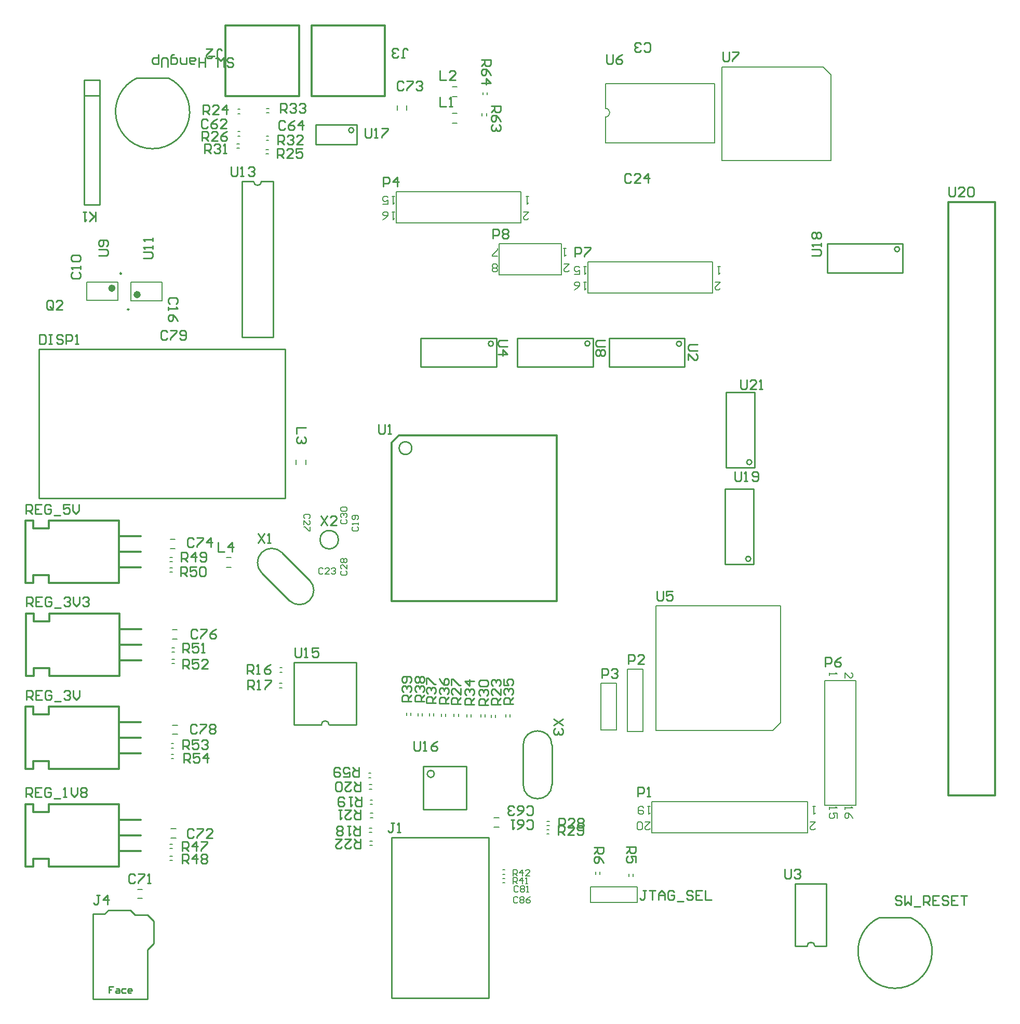
<source format=gto>
G04 Layer_Color=65535*
%FSLAX25Y25*%
%MOIN*%
G70*
G01*
G75*
%ADD28C,0.01200*%
%ADD29C,0.01000*%
%ADD30C,0.00800*%
%ADD61C,0.00984*%
%ADD62C,0.02362*%
%ADD63C,0.00787*%
D28*
X238969Y358307D02*
X243791Y363130D01*
X238969Y256634D02*
Y358307D01*
X345169Y256634D02*
Y363130D01*
X243693D02*
X345169D01*
X238969Y256634D02*
X345169D01*
X626300Y132200D02*
Y512700D01*
X596300Y132200D02*
Y512700D01*
X626300D01*
X596300Y132200D02*
X626300D01*
X187578Y626001D02*
X234822D01*
X187578Y580726D02*
X234822D01*
Y626001D01*
X187578Y580726D02*
Y626001D01*
X132378Y626116D02*
X179622D01*
X132378Y580841D02*
X179622D01*
Y626116D01*
X132378Y580841D02*
Y626116D01*
X4200Y189000D02*
X9200D01*
Y184000D02*
X19200D01*
Y189000D02*
X64200D01*
X19200Y149000D02*
X64200D01*
X9200Y154000D02*
X19200D01*
X4200Y149000D02*
X9200D01*
X64200Y159000D02*
X78200D01*
X64200Y169000D02*
X78200D01*
X64200Y179000D02*
X78200D01*
X4200Y149000D02*
Y189000D01*
X9200Y184000D02*
Y189000D01*
X19200Y184000D02*
Y189000D01*
X64200Y149000D02*
Y189000D01*
X19200Y149000D02*
Y154000D01*
X9200Y149000D02*
Y154000D01*
X4300Y248700D02*
X9300D01*
Y243700D02*
X19300D01*
Y248700D02*
X64300D01*
X19300Y208700D02*
X64300D01*
X9300Y213700D02*
X19300D01*
X4300Y208700D02*
X9300D01*
X64300Y218700D02*
X78300D01*
X64300Y228700D02*
X78300D01*
X64300Y238700D02*
X78300D01*
X4300Y208700D02*
Y248700D01*
X9300Y243700D02*
Y248700D01*
X19300Y243700D02*
Y248700D01*
X64300Y208700D02*
Y248700D01*
X19300Y208700D02*
Y213700D01*
X9300Y208700D02*
Y213700D01*
X3900Y308300D02*
X8900D01*
Y303300D02*
X18900D01*
Y308300D02*
X63900D01*
X18900Y268300D02*
X63900D01*
X8900Y273300D02*
X18900D01*
X3900Y268300D02*
X8900D01*
X63900Y278300D02*
X77900D01*
X63900Y288300D02*
X77900D01*
X63900Y298300D02*
X77900D01*
X3900Y268300D02*
Y308300D01*
X8900Y303300D02*
Y308300D01*
X18900Y303300D02*
Y308300D01*
X63900Y268300D02*
Y308300D01*
X18900Y268300D02*
Y273300D01*
X8900Y268300D02*
Y273300D01*
X4100Y126400D02*
X9100D01*
Y121400D02*
X19100D01*
Y126400D02*
X64100D01*
X19100Y86400D02*
X64100D01*
X9100Y91400D02*
X19100D01*
X4100Y86400D02*
X9100D01*
X64100Y96400D02*
X78100D01*
X64100Y106400D02*
X78100D01*
X64100Y116400D02*
X78100D01*
X4100Y86400D02*
Y126400D01*
X9100Y121400D02*
Y126400D01*
X19100Y121400D02*
Y126400D01*
X64100Y86400D02*
Y126400D01*
X19100Y86400D02*
Y91400D01*
X9100Y86400D02*
Y91400D01*
D29*
X252009Y354933D02*
G03*
X252009Y354933I-4068J0D01*
G01*
X304371Y421945D02*
G03*
X304371Y421945I-1623J0D01*
G01*
X469568Y283910D02*
G03*
X469568Y283910I-1623J0D01*
G01*
X198900Y177400D02*
G03*
X193900Y177400I-2500J0D01*
G01*
X341900Y164300D02*
G03*
X323500Y164300I-9200J0D01*
G01*
Y139200D02*
G03*
X341900Y139200I9200J0D01*
G01*
X173392Y257197D02*
G03*
X186403Y270208I6505J6505D01*
G01*
X168655Y287956D02*
G03*
X155644Y274945I-6505J-6505D01*
G01*
X266488Y145939D02*
G03*
X266488Y145939I-2296J0D01*
G01*
X204900Y296200D02*
G03*
X204900Y296200I-5900J0D01*
G01*
X510700Y35400D02*
G03*
X505700Y35400I-2500J0D01*
G01*
X214768Y558945D02*
G03*
X214768Y558945I-1623J0D01*
G01*
X565088Y482579D02*
G03*
X565088Y482579I-1623J0D01*
G01*
X366308Y422079D02*
G03*
X366308Y422079I-1623J0D01*
G01*
X425151Y421945D02*
G03*
X425151Y421945I-1623J0D01*
G01*
X470202Y345941D02*
G03*
X470202Y345941I-1623J0D01*
G01*
X75815Y592496D02*
G03*
X95500Y592496I9843J-21654D01*
G01*
X552315Y53811D02*
G03*
X572000Y53811I9843J-21654D01*
G01*
X150500Y526000D02*
G03*
X155500Y526000I2500J0D01*
G01*
X257866Y406984D02*
X306291D01*
X257866Y425488D02*
X306291D01*
X257866Y406984D02*
Y425488D01*
X306291Y406984D02*
Y425488D01*
X452984Y280366D02*
Y328791D01*
X471488Y280366D02*
Y328791D01*
X452984D02*
X471488D01*
X452984Y280366D02*
X471488D01*
X198900Y177400D02*
X216400D01*
X176400Y217400D02*
X216400D01*
X176400Y177400D02*
X193900D01*
X216400D02*
Y217400D01*
X176400Y177400D02*
Y217400D01*
X41700Y581100D02*
X51700D01*
X41700Y591100D02*
X51700D01*
X41700Y511100D02*
X51700D01*
Y591100D01*
X41700Y511100D02*
Y591100D01*
X12572Y418362D02*
X170839D01*
Y322693D02*
Y418362D01*
X12572Y322693D02*
X170839D01*
X12572D02*
Y418362D01*
X341900Y139200D02*
Y164300D01*
X323500Y139200D02*
Y164300D01*
X155644Y274945D02*
X173392Y257197D01*
X168655Y287956D02*
X186403Y270208D01*
X287027Y123104D02*
Y150663D01*
X259468Y123104D02*
Y150663D01*
X287027D01*
X259468Y123104D02*
X287027D01*
X239000Y2000D02*
Y105000D01*
X301500Y2000D02*
Y105000D01*
X239000D02*
X301500D01*
X239000Y2000D02*
X301500D01*
X47300Y1600D02*
X82300D01*
Y33100D01*
X86300Y37100D01*
Y51600D01*
X82300Y55600D02*
X86300Y51600D01*
X74300Y55600D02*
X82300D01*
X71300Y58600D02*
X74300Y55600D01*
X57300Y58600D02*
X71300D01*
X54800Y56100D02*
X57300Y58600D01*
X47300Y56100D02*
X54800D01*
X47300Y1600D02*
Y56100D01*
X518200Y35400D02*
Y75400D01*
X498200Y35400D02*
Y75400D01*
X518200D01*
X498200Y35400D02*
X505700D01*
X510700D02*
X518200D01*
X216688Y549890D02*
Y562488D01*
X190310Y549890D02*
Y562488D01*
Y549890D02*
X216688D01*
X190310Y562488D02*
X216688D01*
X518583Y467618D02*
X567008D01*
X518583Y486122D02*
X567008D01*
X518583Y467618D02*
Y486122D01*
X567008Y467618D02*
Y486122D01*
X319803Y407118D02*
X368228D01*
X319803Y425622D02*
X368228D01*
X319803Y407118D02*
Y425622D01*
X368228Y407118D02*
Y425622D01*
X378646Y406984D02*
X427071D01*
X378646Y425488D02*
X427071D01*
X378646Y406984D02*
Y425488D01*
X427071Y406984D02*
Y425488D01*
X453618Y342398D02*
Y390823D01*
X472122Y342398D02*
Y390823D01*
X453618D02*
X472122D01*
X453618Y342398D02*
X472122D01*
X143000Y426000D02*
Y526000D01*
X163000Y426000D02*
Y526000D01*
X143000Y426000D02*
X163000D01*
X155500Y526000D02*
X163000D01*
X143000D02*
X150500D01*
X517500Y214700D02*
Y220698D01*
X520499D01*
X521499Y219698D01*
Y217699D01*
X520499Y216699D01*
X517500D01*
X527497Y220698D02*
X525497Y219698D01*
X523498Y217699D01*
Y215700D01*
X524498Y214700D01*
X526497D01*
X527497Y215700D01*
Y216699D01*
X526497Y217699D01*
X523498D01*
X303900Y489400D02*
Y495398D01*
X306899D01*
X307899Y494398D01*
Y492399D01*
X306899Y491399D01*
X303900D01*
X309898Y494398D02*
X310898Y495398D01*
X312897D01*
X313897Y494398D01*
Y493399D01*
X312897Y492399D01*
X313897Y491399D01*
Y490400D01*
X312897Y489400D01*
X310898D01*
X309898Y490400D01*
Y491399D01*
X310898Y492399D01*
X309898Y493399D01*
Y494398D01*
X310898Y492399D02*
X312897D01*
X356700Y477900D02*
Y483898D01*
X359699D01*
X360699Y482898D01*
Y480899D01*
X359699Y479899D01*
X356700D01*
X362698Y483898D02*
X366697D01*
Y482898D01*
X362698Y478900D01*
Y477900D01*
X233700Y522900D02*
Y528898D01*
X236699D01*
X237699Y527898D01*
Y525899D01*
X236699Y524899D01*
X233700D01*
X242697Y522900D02*
Y528898D01*
X239698Y525899D01*
X243697D01*
X13100Y427898D02*
Y421900D01*
X16099D01*
X17099Y422900D01*
Y426898D01*
X16099Y427898D01*
X13100D01*
X19098D02*
X21097D01*
X20098D01*
Y421900D01*
X19098D01*
X21097D01*
X28095Y426898D02*
X27095Y427898D01*
X25096D01*
X24096Y426898D01*
Y425899D01*
X25096Y424899D01*
X27095D01*
X28095Y423899D01*
Y422900D01*
X27095Y421900D01*
X25096D01*
X24096Y422900D01*
X30095Y421900D02*
Y427898D01*
X33094D01*
X34093Y426898D01*
Y424899D01*
X33094Y423899D01*
X30095D01*
X36093Y421900D02*
X38092D01*
X37092D01*
Y427898D01*
X36093Y426898D01*
X79602Y476800D02*
X84600D01*
X85600Y477800D01*
Y479799D01*
X84600Y480799D01*
X79602D01*
X85600Y482798D02*
Y484797D01*
Y483798D01*
X79602D01*
X80602Y482798D01*
X85600Y487796D02*
Y489796D01*
Y488796D01*
X79602D01*
X80602Y487796D01*
X51002Y478400D02*
X56000D01*
X57000Y479400D01*
Y481399D01*
X56000Y482399D01*
X51002D01*
X56000Y484398D02*
X57000Y485398D01*
Y487397D01*
X56000Y488397D01*
X52002D01*
X51002Y487397D01*
Y485398D01*
X52002Y484398D01*
X53001D01*
X54001Y485398D01*
Y488397D01*
X463000Y398813D02*
Y393815D01*
X464000Y392815D01*
X465999D01*
X466999Y393815D01*
Y398813D01*
X472997Y392815D02*
X468998D01*
X472997Y396814D01*
Y397813D01*
X471997Y398813D01*
X469998D01*
X468998Y397813D01*
X474996Y392815D02*
X476996D01*
X475996D01*
Y398813D01*
X474996Y397813D01*
X596700Y522298D02*
Y517300D01*
X597700Y516300D01*
X599699D01*
X600699Y517300D01*
Y522298D01*
X606697Y516300D02*
X602698D01*
X606697Y520299D01*
Y521298D01*
X605697Y522298D01*
X603698D01*
X602698Y521298D01*
X608696D02*
X609696Y522298D01*
X611695D01*
X612695Y521298D01*
Y517300D01*
X611695Y516300D01*
X609696D01*
X608696Y517300D01*
Y521298D01*
X459366Y339841D02*
Y334842D01*
X460366Y333842D01*
X462365D01*
X463365Y334842D01*
Y339841D01*
X465364Y333842D02*
X467364D01*
X466364D01*
Y339841D01*
X465364Y338841D01*
X470363Y334842D02*
X471362Y333842D01*
X473362D01*
X474361Y334842D01*
Y338841D01*
X473362Y339841D01*
X471362D01*
X470363Y338841D01*
Y337841D01*
X471362Y336842D01*
X474361D01*
X508844Y478500D02*
X513843D01*
X514843Y479500D01*
Y481499D01*
X513843Y482499D01*
X508844D01*
X514843Y484498D02*
Y486497D01*
Y485498D01*
X508844D01*
X509844Y484498D01*
Y489496D02*
X508844Y490496D01*
Y492495D01*
X509844Y493495D01*
X510844D01*
X511843Y492495D01*
X512843Y493495D01*
X513843D01*
X514843Y492495D01*
Y490496D01*
X513843Y489496D01*
X512843D01*
X511843Y490496D01*
X510844Y489496D01*
X509844D01*
X511843Y490496D02*
Y492495D01*
X121199Y565198D02*
X120199Y566198D01*
X118200D01*
X117200Y565198D01*
Y561200D01*
X118200Y560200D01*
X120199D01*
X121199Y561200D01*
X127197Y566198D02*
X125197Y565198D01*
X123198Y563199D01*
Y561200D01*
X124198Y560200D01*
X126197D01*
X127197Y561200D01*
Y562199D01*
X126197Y563199D01*
X123198D01*
X133195Y560200D02*
X129196D01*
X133195Y564199D01*
Y565198D01*
X132195Y566198D01*
X130196D01*
X129196Y565198D01*
X240599Y114498D02*
X238599D01*
X239599D01*
Y109500D01*
X238599Y108500D01*
X237600D01*
X236600Y109500D01*
X242598Y108500D02*
X244597D01*
X243598D01*
Y114498D01*
X242598Y113498D01*
X126001Y605002D02*
X128001D01*
X127001D01*
Y610000D01*
X128001Y611000D01*
X129000D01*
X130000Y610000D01*
X120003Y611000D02*
X124002D01*
X120003Y607001D01*
Y606002D01*
X121003Y605002D01*
X123002D01*
X124002Y606002D01*
X245501Y605502D02*
X247501D01*
X246501D01*
Y610500D01*
X247501Y611500D01*
X248500D01*
X249500Y610500D01*
X243502Y606502D02*
X242502Y605502D01*
X240503D01*
X239503Y606502D01*
Y607501D01*
X240503Y608501D01*
X241503D01*
X240503D01*
X239503Y609501D01*
Y610500D01*
X240503Y611500D01*
X242502D01*
X243502Y610500D01*
X146400Y210200D02*
Y216198D01*
X149399D01*
X150399Y215198D01*
Y213199D01*
X149399Y212199D01*
X146400D01*
X148399D02*
X150399Y210200D01*
X152398D02*
X154397D01*
X153398D01*
Y216198D01*
X152398Y215198D01*
X161395Y216198D02*
X159396Y215198D01*
X157396Y213199D01*
Y211200D01*
X158396Y210200D01*
X160396D01*
X161395Y211200D01*
Y212199D01*
X160396Y213199D01*
X157396D01*
X283500Y190800D02*
X277502D01*
Y193799D01*
X278502Y194799D01*
X280501D01*
X281501Y193799D01*
Y190800D01*
Y192799D02*
X283500Y194799D01*
Y200797D02*
Y196798D01*
X279501Y200797D01*
X278502D01*
X277502Y199797D01*
Y197798D01*
X278502Y196798D01*
X277502Y202796D02*
Y206795D01*
X278502D01*
X282500Y202796D01*
X283500D01*
X230800Y369998D02*
Y365000D01*
X231800Y364000D01*
X233799D01*
X234799Y365000D01*
Y369998D01*
X236798Y364000D02*
X238797D01*
X237798D01*
Y369998D01*
X236798Y368998D01*
X435498Y421500D02*
X430500D01*
X429500Y420500D01*
Y418501D01*
X430500Y417501D01*
X435498D01*
X429500Y411503D02*
Y415502D01*
X433499Y411503D01*
X434498D01*
X435498Y412503D01*
Y414502D01*
X434498Y415502D01*
X313498Y424000D02*
X308500D01*
X307500Y423000D01*
Y421001D01*
X308500Y420001D01*
X313498D01*
X307500Y415003D02*
X313498D01*
X310499Y418002D01*
Y414003D01*
X376900Y607598D02*
Y602600D01*
X377900Y601600D01*
X379899D01*
X380899Y602600D01*
Y607598D01*
X386897D02*
X384897Y606598D01*
X382898Y604599D01*
Y602600D01*
X383898Y601600D01*
X385897D01*
X386897Y602600D01*
Y603599D01*
X385897Y604599D01*
X382898D01*
X451800Y608998D02*
Y604000D01*
X452800Y603000D01*
X454799D01*
X455799Y604000D01*
Y608998D01*
X457798D02*
X461797D01*
Y607998D01*
X457798Y604000D01*
Y603000D01*
X375998Y424000D02*
X371000D01*
X370000Y423000D01*
Y421001D01*
X371000Y420001D01*
X375998D01*
X374998Y418002D02*
X375998Y417002D01*
Y415003D01*
X374998Y414003D01*
X373999D01*
X372999Y415003D01*
X371999Y414003D01*
X371000D01*
X370000Y415003D01*
Y417002D01*
X371000Y418002D01*
X371999D01*
X372999Y417002D01*
X373999Y418002D01*
X374998D01*
X372999Y417002D02*
Y415003D01*
X253300Y166798D02*
Y161800D01*
X254300Y160800D01*
X256299D01*
X257299Y161800D01*
Y166798D01*
X259298Y160800D02*
X261297D01*
X260298D01*
Y166798D01*
X259298Y165798D01*
X268295Y166798D02*
X266296Y165798D01*
X264296Y163799D01*
Y161800D01*
X265296Y160800D01*
X267296D01*
X268295Y161800D01*
Y162799D01*
X267296Y163799D01*
X264296D01*
X221877Y560198D02*
Y555200D01*
X222877Y554200D01*
X224876D01*
X225876Y555200D01*
Y560198D01*
X227875Y554200D02*
X229875D01*
X228875D01*
Y560198D01*
X227875Y559198D01*
X232874Y560198D02*
X236872D01*
Y559198D01*
X232874Y555200D01*
Y554200D01*
X153476Y300122D02*
X157475Y294124D01*
Y300122D02*
X153476Y294124D01*
X159475D02*
X161474D01*
X160474D01*
Y300122D01*
X159475Y299122D01*
X193600Y311598D02*
X197599Y305600D01*
Y311598D02*
X193600Y305600D01*
X203597D02*
X199598D01*
X203597Y309599D01*
Y310598D01*
X202597Y311598D01*
X200598D01*
X199598Y310598D01*
X349198Y181200D02*
X343200Y177201D01*
X349198D02*
X343200Y181200D01*
X348198Y175202D02*
X349198Y174202D01*
Y172203D01*
X348198Y171203D01*
X347199D01*
X346199Y172203D01*
Y173203D01*
Y172203D01*
X345199Y171203D01*
X344200D01*
X343200Y172203D01*
Y174202D01*
X344200Y175202D01*
X51799Y68098D02*
X49799D01*
X50799D01*
Y63100D01*
X49799Y62100D01*
X48800D01*
X47800Y63100D01*
X56797Y62100D02*
Y68098D01*
X53798Y65099D01*
X57797D01*
X409400Y263098D02*
Y258100D01*
X410400Y257100D01*
X412399D01*
X413399Y258100D01*
Y263098D01*
X419397D02*
X415398D01*
Y260099D01*
X417397Y261099D01*
X418397D01*
X419397Y260099D01*
Y258100D01*
X418397Y257100D01*
X416398D01*
X415398Y258100D01*
X400901Y610202D02*
X401901Y609202D01*
X403900D01*
X404900Y610202D01*
Y614200D01*
X403900Y615200D01*
X401901D01*
X400901Y614200D01*
X398902Y610202D02*
X397902Y609202D01*
X395903D01*
X394903Y610202D01*
Y611201D01*
X395903Y612201D01*
X396903D01*
X395903D01*
X394903Y613201D01*
Y614200D01*
X395903Y615200D01*
X397902D01*
X398902Y614200D01*
X34402Y467899D02*
X33402Y466899D01*
Y464900D01*
X34402Y463900D01*
X38400D01*
X39400Y464900D01*
Y466899D01*
X38400Y467899D01*
X39400Y469898D02*
Y471897D01*
Y470898D01*
X33402D01*
X34402Y469898D01*
Y474896D02*
X33402Y475896D01*
Y477895D01*
X34402Y478895D01*
X38400D01*
X39400Y477895D01*
Y475896D01*
X38400Y474896D01*
X34402D01*
X100598Y447601D02*
X101598Y448601D01*
Y450600D01*
X100598Y451600D01*
X96600D01*
X95600Y450600D01*
Y448601D01*
X96600Y447601D01*
X95600Y445602D02*
Y443603D01*
Y444602D01*
X101598D01*
X100598Y445602D01*
X101598Y436605D02*
X100598Y438604D01*
X98599Y440604D01*
X96600D01*
X95600Y439604D01*
Y437605D01*
X96600Y436605D01*
X97599D01*
X98599Y437605D01*
Y440604D01*
X392799Y529998D02*
X391799Y530998D01*
X389800D01*
X388800Y529998D01*
Y526000D01*
X389800Y525000D01*
X391799D01*
X392799Y526000D01*
X398797Y525000D02*
X394798D01*
X398797Y528999D01*
Y529998D01*
X397797Y530998D01*
X395798D01*
X394798Y529998D01*
X403795Y525000D02*
Y530998D01*
X400796Y527999D01*
X404795D01*
X325801Y111402D02*
X326801Y110402D01*
X328800D01*
X329800Y111402D01*
Y115400D01*
X328800Y116400D01*
X326801D01*
X325801Y115400D01*
X319803Y110402D02*
X321803Y111402D01*
X323802Y113401D01*
Y115400D01*
X322802Y116400D01*
X320803D01*
X319803Y115400D01*
Y114401D01*
X320803Y113401D01*
X323802D01*
X317804Y116400D02*
X315805D01*
X316804D01*
Y110402D01*
X317804Y111402D01*
X325557Y120402D02*
X326557Y119402D01*
X328556D01*
X329556Y120402D01*
Y124400D01*
X328556Y125400D01*
X326557D01*
X325557Y124400D01*
X319559Y119402D02*
X321558Y120402D01*
X323558Y122401D01*
Y124400D01*
X322558Y125400D01*
X320559D01*
X319559Y124400D01*
Y123401D01*
X320559Y122401D01*
X323558D01*
X317560Y120402D02*
X316560Y119402D01*
X314561D01*
X313561Y120402D01*
Y121401D01*
X314561Y122401D01*
X315560D01*
X314561D01*
X313561Y123401D01*
Y124400D01*
X314561Y125400D01*
X316560D01*
X317560Y124400D01*
X170599Y564198D02*
X169599Y565198D01*
X167600D01*
X166600Y564198D01*
Y560200D01*
X167600Y559200D01*
X169599D01*
X170599Y560200D01*
X176597Y565198D02*
X174597Y564198D01*
X172598Y562199D01*
Y560200D01*
X173598Y559200D01*
X175597D01*
X176597Y560200D01*
Y561199D01*
X175597Y562199D01*
X172598D01*
X181595Y559200D02*
Y565198D01*
X178596Y562199D01*
X182595D01*
X402499Y71198D02*
X400499D01*
X401499D01*
Y66200D01*
X400499Y65200D01*
X399500D01*
X398500Y66200D01*
X404498Y71198D02*
X408497D01*
X406497D01*
Y65200D01*
X410496D02*
Y69199D01*
X412496Y71198D01*
X414495Y69199D01*
Y65200D01*
Y68199D01*
X410496D01*
X420493Y70198D02*
X419493Y71198D01*
X417494D01*
X416494Y70198D01*
Y66200D01*
X417494Y65200D01*
X419493D01*
X420493Y66200D01*
Y68199D01*
X418494D01*
X422492Y64200D02*
X426491D01*
X432489Y70198D02*
X431489Y71198D01*
X429490D01*
X428490Y70198D01*
Y69199D01*
X429490Y68199D01*
X431489D01*
X432489Y67199D01*
Y66200D01*
X431489Y65200D01*
X429490D01*
X428490Y66200D01*
X438487Y71198D02*
X434488D01*
Y65200D01*
X438487D01*
X434488Y68199D02*
X436488D01*
X440486Y71198D02*
Y65200D01*
X444485D01*
X49100Y500302D02*
Y506300D01*
Y504301D01*
X45101Y500302D01*
X48100Y503301D01*
X45101Y506300D01*
X43102D02*
X41103D01*
X42102D01*
Y500302D01*
X43102Y501302D01*
X396900Y131400D02*
Y137398D01*
X399899D01*
X400899Y136398D01*
Y134399D01*
X399899Y133399D01*
X396900D01*
X402898Y131400D02*
X404897D01*
X403898D01*
Y137398D01*
X402898Y136398D01*
X391100Y216400D02*
Y222398D01*
X394099D01*
X395099Y221398D01*
Y219399D01*
X394099Y218399D01*
X391100D01*
X401097Y216400D02*
X397098D01*
X401097Y220399D01*
Y221398D01*
X400097Y222398D01*
X398098D01*
X397098Y221398D01*
X374100Y207400D02*
Y213398D01*
X377099D01*
X378099Y212398D01*
Y210399D01*
X377099Y209399D01*
X374100D01*
X380098Y212398D02*
X381098Y213398D01*
X383097D01*
X384097Y212398D01*
Y211399D01*
X383097Y210399D01*
X382097D01*
X383097D01*
X384097Y209399D01*
Y208400D01*
X383097Y207400D01*
X381098D01*
X380098Y208400D01*
X389600Y99000D02*
X395598D01*
Y96001D01*
X394598Y95001D01*
X392599D01*
X391599Y96001D01*
Y99000D01*
Y97001D02*
X389600Y95001D01*
X395598Y89003D02*
Y93002D01*
X392599D01*
X393599Y91003D01*
Y90003D01*
X392599Y89003D01*
X390600D01*
X389600Y90003D01*
Y92002D01*
X390600Y93002D01*
X369000Y98847D02*
X374998D01*
Y95848D01*
X373998Y94849D01*
X371999D01*
X370999Y95848D01*
Y98847D01*
Y96848D02*
X369000Y94849D01*
X374998Y88850D02*
X373998Y90850D01*
X371999Y92849D01*
X370000D01*
X369000Y91849D01*
Y89850D01*
X370000Y88850D01*
X370999D01*
X371999Y89850D01*
Y92849D01*
X146800Y200000D02*
Y205998D01*
X149799D01*
X150799Y204998D01*
Y202999D01*
X149799Y201999D01*
X146800D01*
X148799D02*
X150799Y200000D01*
X152798D02*
X154797D01*
X153798D01*
Y205998D01*
X152798Y204998D01*
X157796Y205998D02*
X161795D01*
Y204998D01*
X157796Y201000D01*
Y200000D01*
X218800Y112500D02*
Y106502D01*
X215801D01*
X214801Y107502D01*
Y109501D01*
X215801Y110501D01*
X218800D01*
X216801D02*
X214801Y112500D01*
X212802D02*
X210803D01*
X211802D01*
Y106502D01*
X212802Y107502D01*
X207804D02*
X206804Y106502D01*
X204804D01*
X203805Y107502D01*
Y108501D01*
X204804Y109501D01*
X203805Y110501D01*
Y111500D01*
X204804Y112500D01*
X206804D01*
X207804Y111500D01*
Y110501D01*
X206804Y109501D01*
X207804Y108501D01*
Y107502D01*
X206804Y109501D02*
X204804D01*
X219600Y131000D02*
Y125002D01*
X216601D01*
X215601Y126002D01*
Y128001D01*
X216601Y129001D01*
X219600D01*
X217601D02*
X215601Y131000D01*
X213602D02*
X211603D01*
X212602D01*
Y125002D01*
X213602Y126002D01*
X208604Y130000D02*
X207604Y131000D01*
X205605D01*
X204605Y130000D01*
Y126002D01*
X205605Y125002D01*
X207604D01*
X208604Y126002D01*
Y127001D01*
X207604Y128001D01*
X204605D01*
X219000Y140800D02*
Y134802D01*
X216001D01*
X215001Y135802D01*
Y137801D01*
X216001Y138801D01*
X219000D01*
X217001D02*
X215001Y140800D01*
X209003D02*
X213002D01*
X209003Y136801D01*
Y135802D01*
X210003Y134802D01*
X212002D01*
X213002Y135802D01*
X207004D02*
X206004Y134802D01*
X204005D01*
X203005Y135802D01*
Y139800D01*
X204005Y140800D01*
X206004D01*
X207004Y139800D01*
Y135802D01*
X219100Y122900D02*
Y116902D01*
X216101D01*
X215101Y117902D01*
Y119901D01*
X216101Y120901D01*
X219100D01*
X217101D02*
X215101Y122900D01*
X209103D02*
X213102D01*
X209103Y118901D01*
Y117902D01*
X210103Y116902D01*
X212102D01*
X213102Y117902D01*
X207104Y122900D02*
X205104D01*
X206104D01*
Y116902D01*
X207104Y117902D01*
X219200Y104000D02*
Y98002D01*
X216201D01*
X215201Y99002D01*
Y101001D01*
X216201Y102001D01*
X219200D01*
X217201D02*
X215201Y104000D01*
X209203D02*
X213202D01*
X209203Y100001D01*
Y99002D01*
X210203Y98002D01*
X212202D01*
X213202Y99002D01*
X203205Y104000D02*
X207204D01*
X203205Y100001D01*
Y99002D01*
X204205Y98002D01*
X206204D01*
X207204Y99002D01*
X309000Y190600D02*
X303002D01*
Y193599D01*
X304002Y194599D01*
X306001D01*
X307001Y193599D01*
Y190600D01*
Y192599D02*
X309000Y194599D01*
Y200597D02*
Y196598D01*
X305001Y200597D01*
X304002D01*
X303002Y199597D01*
Y197598D01*
X304002Y196598D01*
Y202596D02*
X303002Y203596D01*
Y205595D01*
X304002Y206595D01*
X305001D01*
X306001Y205595D01*
Y204595D01*
Y205595D01*
X307001Y206595D01*
X308000D01*
X309000Y205595D01*
Y203596D01*
X308000Y202596D01*
X118000Y569000D02*
Y574998D01*
X120999D01*
X121999Y573998D01*
Y571999D01*
X120999Y570999D01*
X118000D01*
X119999D02*
X121999Y569000D01*
X127997D02*
X123998D01*
X127997Y572999D01*
Y573998D01*
X126997Y574998D01*
X124998D01*
X123998Y573998D01*
X132995Y569000D02*
Y574998D01*
X129996Y571999D01*
X133995D01*
X165800Y541000D02*
Y546998D01*
X168799D01*
X169799Y545998D01*
Y543999D01*
X168799Y542999D01*
X165800D01*
X167799D02*
X169799Y541000D01*
X175797D02*
X171798D01*
X175797Y544999D01*
Y545998D01*
X174797Y546998D01*
X172798D01*
X171798Y545998D01*
X181795Y546998D02*
X177796D01*
Y543999D01*
X179796Y544999D01*
X180795D01*
X181795Y543999D01*
Y542000D01*
X180795Y541000D01*
X178796D01*
X177796Y542000D01*
X117400Y552200D02*
Y558198D01*
X120399D01*
X121399Y557198D01*
Y555199D01*
X120399Y554199D01*
X117400D01*
X119399D02*
X121399Y552200D01*
X127397D02*
X123398D01*
X127397Y556199D01*
Y557198D01*
X126397Y558198D01*
X124398D01*
X123398Y557198D01*
X133395Y558198D02*
X131395Y557198D01*
X129396Y555199D01*
Y553200D01*
X130396Y552200D01*
X132395D01*
X133395Y553200D01*
Y554199D01*
X132395Y555199D01*
X129396D01*
X346500Y111400D02*
Y117398D01*
X349499D01*
X350499Y116398D01*
Y114399D01*
X349499Y113399D01*
X346500D01*
X348499D02*
X350499Y111400D01*
X356497D02*
X352498D01*
X356497Y115399D01*
Y116398D01*
X355497Y117398D01*
X353498D01*
X352498Y116398D01*
X358496D02*
X359496Y117398D01*
X361495D01*
X362495Y116398D01*
Y115399D01*
X361495Y114399D01*
X362495Y113399D01*
Y112400D01*
X361495Y111400D01*
X359496D01*
X358496Y112400D01*
Y113399D01*
X359496Y114399D01*
X358496Y115399D01*
Y116398D01*
X359496Y114399D02*
X361495D01*
X346000Y106800D02*
Y112798D01*
X348999D01*
X349999Y111798D01*
Y109799D01*
X348999Y108799D01*
X346000D01*
X347999D02*
X349999Y106800D01*
X355997D02*
X351998D01*
X355997Y110799D01*
Y111798D01*
X354997Y112798D01*
X352998D01*
X351998Y111798D01*
X357996Y107800D02*
X358996Y106800D01*
X360995D01*
X361995Y107800D01*
Y111798D01*
X360995Y112798D01*
X358996D01*
X357996Y111798D01*
Y110799D01*
X358996Y109799D01*
X361995D01*
X300900Y190200D02*
X294902D01*
Y193199D01*
X295902Y194199D01*
X297901D01*
X298901Y193199D01*
Y190200D01*
Y192199D02*
X300900Y194199D01*
X295902Y196198D02*
X294902Y197198D01*
Y199197D01*
X295902Y200197D01*
X296901D01*
X297901Y199197D01*
Y198197D01*
Y199197D01*
X298901Y200197D01*
X299900D01*
X300900Y199197D01*
Y197198D01*
X299900Y196198D01*
X295902Y202196D02*
X294902Y203196D01*
Y205195D01*
X295902Y206195D01*
X299900D01*
X300900Y205195D01*
Y203196D01*
X299900Y202196D01*
X295902D01*
X119200Y544200D02*
Y550198D01*
X122199D01*
X123199Y549198D01*
Y547199D01*
X122199Y546199D01*
X119200D01*
X121199D02*
X123199Y544200D01*
X125198Y549198D02*
X126198Y550198D01*
X128197D01*
X129197Y549198D01*
Y548199D01*
X128197Y547199D01*
X127197D01*
X128197D01*
X129197Y546199D01*
Y545200D01*
X128197Y544200D01*
X126198D01*
X125198Y545200D01*
X131196Y544200D02*
X133195D01*
X132196D01*
Y550198D01*
X131196Y549198D01*
X166200Y549800D02*
Y555798D01*
X169199D01*
X170199Y554798D01*
Y552799D01*
X169199Y551799D01*
X166200D01*
X168199D02*
X170199Y549800D01*
X172198Y554798D02*
X173198Y555798D01*
X175197D01*
X176197Y554798D01*
Y553799D01*
X175197Y552799D01*
X174197D01*
X175197D01*
X176197Y551799D01*
Y550800D01*
X175197Y549800D01*
X173198D01*
X172198Y550800D01*
X182195Y549800D02*
X178196D01*
X182195Y553799D01*
Y554798D01*
X181195Y555798D01*
X179196D01*
X178196Y554798D01*
X167600Y570200D02*
Y576198D01*
X170599D01*
X171599Y575198D01*
Y573199D01*
X170599Y572199D01*
X167600D01*
X169599D02*
X171599Y570200D01*
X173598Y575198D02*
X174598Y576198D01*
X176597D01*
X177597Y575198D01*
Y574199D01*
X176597Y573199D01*
X175597D01*
X176597D01*
X177597Y572199D01*
Y571200D01*
X176597Y570200D01*
X174598D01*
X173598Y571200D01*
X179596Y575198D02*
X180596Y576198D01*
X182595D01*
X183595Y575198D01*
Y574199D01*
X182595Y573199D01*
X181596D01*
X182595D01*
X183595Y572199D01*
Y571200D01*
X182595Y570200D01*
X180596D01*
X179596Y571200D01*
X292100Y190600D02*
X286102D01*
Y193599D01*
X287102Y194599D01*
X289101D01*
X290101Y193599D01*
Y190600D01*
Y192599D02*
X292100Y194599D01*
X287102Y196598D02*
X286102Y197598D01*
Y199597D01*
X287102Y200597D01*
X288101D01*
X289101Y199597D01*
Y198597D01*
Y199597D01*
X290101Y200597D01*
X291100D01*
X292100Y199597D01*
Y197598D01*
X291100Y196598D01*
X292100Y205595D02*
X286102D01*
X289101Y202596D01*
Y206595D01*
X317200Y190647D02*
X311202D01*
Y193646D01*
X312202Y194646D01*
X314201D01*
X315201Y193646D01*
Y190647D01*
Y192647D02*
X317200Y194646D01*
X312202Y196645D02*
X311202Y197645D01*
Y199644D01*
X312202Y200644D01*
X313201D01*
X314201Y199644D01*
Y198645D01*
Y199644D01*
X315201Y200644D01*
X316200D01*
X317200Y199644D01*
Y197645D01*
X316200Y196645D01*
X311202Y206642D02*
Y202643D01*
X314201D01*
X313201Y204643D01*
Y205642D01*
X314201Y206642D01*
X316200D01*
X317200Y205642D01*
Y203643D01*
X316200Y202643D01*
X275700Y191000D02*
X269702D01*
Y193999D01*
X270702Y194999D01*
X272701D01*
X273701Y193999D01*
Y191000D01*
Y192999D02*
X275700Y194999D01*
X270702Y196998D02*
X269702Y197998D01*
Y199997D01*
X270702Y200997D01*
X271701D01*
X272701Y199997D01*
Y198997D01*
Y199997D01*
X273701Y200997D01*
X274700D01*
X275700Y199997D01*
Y197998D01*
X274700Y196998D01*
X269702Y206995D02*
X270702Y204995D01*
X272701Y202996D01*
X274700D01*
X275700Y203996D01*
Y205995D01*
X274700Y206995D01*
X273701D01*
X272701Y205995D01*
Y202996D01*
X267500Y191600D02*
X261502D01*
Y194599D01*
X262502Y195599D01*
X264501D01*
X265501Y194599D01*
Y191600D01*
Y193599D02*
X267500Y195599D01*
X262502Y197598D02*
X261502Y198598D01*
Y200597D01*
X262502Y201597D01*
X263501D01*
X264501Y200597D01*
Y199597D01*
Y200597D01*
X265501Y201597D01*
X266500D01*
X267500Y200597D01*
Y198598D01*
X266500Y197598D01*
X261502Y203596D02*
Y207595D01*
X262502D01*
X266500Y203596D01*
X267500D01*
X259900Y192600D02*
X253902D01*
Y195599D01*
X254902Y196599D01*
X256901D01*
X257901Y195599D01*
Y192600D01*
Y194599D02*
X259900Y196599D01*
X254902Y198598D02*
X253902Y199598D01*
Y201597D01*
X254902Y202597D01*
X255901D01*
X256901Y201597D01*
Y200597D01*
Y201597D01*
X257901Y202597D01*
X258900D01*
X259900Y201597D01*
Y199598D01*
X258900Y198598D01*
X254902Y204596D02*
X253902Y205596D01*
Y207595D01*
X254902Y208595D01*
X255901D01*
X256901Y207595D01*
X257901Y208595D01*
X258900D01*
X259900Y207595D01*
Y205596D01*
X258900Y204596D01*
X257901D01*
X256901Y205596D01*
X255901Y204596D01*
X254902D01*
X256901Y205596D02*
Y207595D01*
X251700Y192400D02*
X245702D01*
Y195399D01*
X246702Y196399D01*
X248701D01*
X249701Y195399D01*
Y192400D01*
Y194399D02*
X251700Y196399D01*
X246702Y198398D02*
X245702Y199398D01*
Y201397D01*
X246702Y202397D01*
X247701D01*
X248701Y201397D01*
Y200397D01*
Y201397D01*
X249701Y202397D01*
X250700D01*
X251700Y201397D01*
Y199398D01*
X250700Y198398D01*
Y204396D02*
X251700Y205396D01*
Y207395D01*
X250700Y208395D01*
X246702D01*
X245702Y207395D01*
Y205396D01*
X246702Y204396D01*
X247701D01*
X248701Y205396D01*
Y208395D01*
X566299Y66698D02*
X565299Y67698D01*
X563300D01*
X562300Y66698D01*
Y65699D01*
X563300Y64699D01*
X565299D01*
X566299Y63699D01*
Y62700D01*
X565299Y61700D01*
X563300D01*
X562300Y62700D01*
X568298Y67698D02*
Y61700D01*
X570297Y63699D01*
X572297Y61700D01*
Y67698D01*
X574296Y60700D02*
X578295D01*
X580294Y61700D02*
Y67698D01*
X583293D01*
X584293Y66698D01*
Y64699D01*
X583293Y63699D01*
X580294D01*
X582294D02*
X584293Y61700D01*
X590291Y67698D02*
X586292D01*
Y61700D01*
X590291D01*
X586292Y64699D02*
X588292D01*
X596289Y66698D02*
X595289Y67698D01*
X593290D01*
X592290Y66698D01*
Y65699D01*
X593290Y64699D01*
X595289D01*
X596289Y63699D01*
Y62700D01*
X595289Y61700D01*
X593290D01*
X592290Y62700D01*
X602287Y67698D02*
X598288D01*
Y61700D01*
X602287D01*
X598288Y64699D02*
X600288D01*
X604286Y67698D02*
X608285D01*
X606286D01*
Y61700D01*
X133301Y600487D02*
X134301Y599487D01*
X136300D01*
X137300Y600487D01*
Y601486D01*
X136300Y602486D01*
X134301D01*
X133301Y603486D01*
Y604485D01*
X134301Y605485D01*
X136300D01*
X137300Y604485D01*
X131302Y599487D02*
Y605485D01*
X129303Y603486D01*
X127303Y605485D01*
Y599487D01*
X125304Y606485D02*
X121305D01*
X119306Y599487D02*
Y605485D01*
Y602486D01*
X115307D01*
Y599487D01*
Y605485D01*
X112308Y601486D02*
X110309D01*
X109309Y602486D01*
Y605485D01*
X112308D01*
X113308Y604485D01*
X112308Y603486D01*
X109309D01*
X107310Y605485D02*
Y601486D01*
X104311D01*
X103311Y602486D01*
Y605485D01*
X99312Y607484D02*
X98313D01*
X97313Y606485D01*
Y601486D01*
X100312D01*
X101312Y602486D01*
Y604485D01*
X100312Y605485D01*
X97313D01*
X95314Y599487D02*
Y604485D01*
X94314Y605485D01*
X92314D01*
X91315Y604485D01*
Y599487D01*
X89315Y607484D02*
Y601486D01*
X86317D01*
X85317Y602486D01*
Y604485D01*
X86317Y605485D01*
X89315D01*
X491400Y84898D02*
Y79900D01*
X492400Y78900D01*
X494399D01*
X495399Y79900D01*
Y84898D01*
X497398Y83898D02*
X498398Y84898D01*
X500397D01*
X501397Y83898D01*
Y82899D01*
X500397Y81899D01*
X499397D01*
X500397D01*
X501397Y80899D01*
Y79900D01*
X500397Y78900D01*
X498398D01*
X497398Y79900D01*
X176900Y226898D02*
Y221900D01*
X177900Y220900D01*
X179899D01*
X180899Y221900D01*
Y226898D01*
X182898Y220900D02*
X184897D01*
X183898D01*
Y226898D01*
X182898Y225898D01*
X191895Y226898D02*
X187896D01*
Y223899D01*
X189896Y224899D01*
X190895D01*
X191895Y223899D01*
Y221900D01*
X190895Y220900D01*
X188896D01*
X187896Y221900D01*
X21799Y444900D02*
Y448898D01*
X20799Y449898D01*
X18800D01*
X17800Y448898D01*
Y444900D01*
X18800Y443900D01*
X20799D01*
X19799Y445899D02*
X21799Y443900D01*
X20799D02*
X21799Y444900D01*
X27797Y443900D02*
X23798D01*
X27797Y447899D01*
Y448898D01*
X26797Y449898D01*
X24798D01*
X23798Y448898D01*
X270100Y580198D02*
Y574200D01*
X274099D01*
X276098D02*
X278097D01*
X277098D01*
Y580198D01*
X276098Y579198D01*
X270100Y597198D02*
Y591200D01*
X274099D01*
X280097D02*
X276098D01*
X280097Y595199D01*
Y596198D01*
X279097Y597198D01*
X277098D01*
X276098Y596198D01*
X184198Y368100D02*
X178200D01*
Y364101D01*
X183198Y362102D02*
X184198Y361102D01*
Y359103D01*
X183198Y358103D01*
X182199D01*
X181199Y359103D01*
Y360103D01*
Y359103D01*
X180199Y358103D01*
X179200D01*
X178200Y359103D01*
Y361102D01*
X179200Y362102D01*
X127800Y294398D02*
Y288400D01*
X131799D01*
X136797D02*
Y294398D01*
X133798Y291399D01*
X137797D01*
X218000Y150000D02*
Y144002D01*
X215001D01*
X214001Y145002D01*
Y147001D01*
X215001Y148001D01*
X218000D01*
X216001D02*
X214001Y150000D01*
X208003Y144002D02*
X212002D01*
Y147001D01*
X210003Y146001D01*
X209003D01*
X208003Y147001D01*
Y149000D01*
X209003Y150000D01*
X211002D01*
X212002Y149000D01*
X206004D02*
X205004Y150000D01*
X203005D01*
X202005Y149000D01*
Y145002D01*
X203005Y144002D01*
X205004D01*
X206004Y145002D01*
Y146001D01*
X205004Y147001D01*
X202005D01*
X303000Y574500D02*
X308998D01*
Y571501D01*
X307998Y570501D01*
X305999D01*
X304999Y571501D01*
Y574500D01*
Y572501D02*
X303000Y570501D01*
X308998Y564503D02*
X307998Y566503D01*
X305999Y568502D01*
X304000D01*
X303000Y567502D01*
Y565503D01*
X304000Y564503D01*
X304999D01*
X305999Y565503D01*
Y568502D01*
X307998Y562504D02*
X308998Y561504D01*
Y559505D01*
X307998Y558505D01*
X306999D01*
X305999Y559505D01*
Y560504D01*
Y559505D01*
X304999Y558505D01*
X304000D01*
X303000Y559505D01*
Y561504D01*
X304000Y562504D01*
X296800Y604000D02*
X302798D01*
Y601001D01*
X301798Y600001D01*
X299799D01*
X298799Y601001D01*
Y604000D01*
Y602001D02*
X296800Y600001D01*
X302798Y594003D02*
X301798Y596003D01*
X299799Y598002D01*
X297800D01*
X296800Y597002D01*
Y595003D01*
X297800Y594003D01*
X298799D01*
X299799Y595003D01*
Y598002D01*
X296800Y589005D02*
X302798D01*
X299799Y592004D01*
Y588005D01*
X136200Y535498D02*
Y530500D01*
X137200Y529500D01*
X139199D01*
X140199Y530500D01*
Y535498D01*
X142198Y529500D02*
X144197D01*
X143198D01*
Y535498D01*
X142198Y534498D01*
X147196D02*
X148196Y535498D01*
X150196D01*
X151195Y534498D01*
Y533499D01*
X150196Y532499D01*
X149196D01*
X150196D01*
X151195Y531499D01*
Y530500D01*
X150196Y529500D01*
X148196D01*
X147196Y530500D01*
X74399Y80898D02*
X73399Y81898D01*
X71400D01*
X70400Y80898D01*
Y76900D01*
X71400Y75900D01*
X73399D01*
X74399Y76900D01*
X76398Y81898D02*
X80397D01*
Y80898D01*
X76398Y76900D01*
Y75900D01*
X82396D02*
X84395D01*
X83396D01*
Y81898D01*
X82396Y80898D01*
X112099Y109898D02*
X111099Y110898D01*
X109100D01*
X108100Y109898D01*
Y105900D01*
X109100Y104900D01*
X111099D01*
X112099Y105900D01*
X114098Y110898D02*
X118097D01*
Y109898D01*
X114098Y105900D01*
Y104900D01*
X124095D02*
X120096D01*
X124095Y108899D01*
Y109898D01*
X123095Y110898D01*
X121096D01*
X120096Y109898D01*
X246799Y589398D02*
X245799Y590398D01*
X243800D01*
X242800Y589398D01*
Y585400D01*
X243800Y584400D01*
X245799D01*
X246799Y585400D01*
X248798Y590398D02*
X252797D01*
Y589398D01*
X248798Y585400D01*
Y584400D01*
X254796Y589398D02*
X255796Y590398D01*
X257795D01*
X258795Y589398D01*
Y588399D01*
X257795Y587399D01*
X256796D01*
X257795D01*
X258795Y586399D01*
Y585400D01*
X257795Y584400D01*
X255796D01*
X254796Y585400D01*
X112199Y296298D02*
X111199Y297298D01*
X109200D01*
X108200Y296298D01*
Y292300D01*
X109200Y291300D01*
X111199D01*
X112199Y292300D01*
X114198Y297298D02*
X118197D01*
Y296298D01*
X114198Y292300D01*
Y291300D01*
X123195D02*
Y297298D01*
X120196Y294299D01*
X124195D01*
X114399Y237698D02*
X113399Y238698D01*
X111400D01*
X110400Y237698D01*
Y233700D01*
X111400Y232700D01*
X113399D01*
X114399Y233700D01*
X116398Y238698D02*
X120397D01*
Y237698D01*
X116398Y233700D01*
Y232700D01*
X126395Y238698D02*
X124396Y237698D01*
X122396Y235699D01*
Y233700D01*
X123396Y232700D01*
X125395D01*
X126395Y233700D01*
Y234699D01*
X125395Y235699D01*
X122396D01*
X114099Y176798D02*
X113099Y177798D01*
X111100D01*
X110100Y176798D01*
Y172800D01*
X111100Y171800D01*
X113099D01*
X114099Y172800D01*
X116098Y177798D02*
X120097D01*
Y176798D01*
X116098Y172800D01*
Y171800D01*
X122096Y176798D02*
X123096Y177798D01*
X125095D01*
X126095Y176798D01*
Y175799D01*
X125095Y174799D01*
X126095Y173799D01*
Y172800D01*
X125095Y171800D01*
X123096D01*
X122096Y172800D01*
Y173799D01*
X123096Y174799D01*
X122096Y175799D01*
Y176798D01*
X123096Y174799D02*
X125095D01*
X104600Y96400D02*
Y102398D01*
X107599D01*
X108599Y101398D01*
Y99399D01*
X107599Y98399D01*
X104600D01*
X106599D02*
X108599Y96400D01*
X113597D02*
Y102398D01*
X110598Y99399D01*
X114597D01*
X116596Y102398D02*
X120595D01*
Y101398D01*
X116596Y97400D01*
Y96400D01*
X104600Y88400D02*
Y94398D01*
X107599D01*
X108599Y93398D01*
Y91399D01*
X107599Y90399D01*
X104600D01*
X106599D02*
X108599Y88400D01*
X113597D02*
Y94398D01*
X110598Y91399D01*
X114597D01*
X116596Y93398D02*
X117596Y94398D01*
X119595D01*
X120595Y93398D01*
Y92399D01*
X119595Y91399D01*
X120595Y90399D01*
Y89400D01*
X119595Y88400D01*
X117596D01*
X116596Y89400D01*
Y90399D01*
X117596Y91399D01*
X116596Y92399D01*
Y93398D01*
X117596Y91399D02*
X119595D01*
X103900Y282100D02*
Y288098D01*
X106899D01*
X107899Y287098D01*
Y285099D01*
X106899Y284099D01*
X103900D01*
X105899D02*
X107899Y282100D01*
X112897D02*
Y288098D01*
X109898Y285099D01*
X113897D01*
X115896Y283100D02*
X116896Y282100D01*
X118895D01*
X119895Y283100D01*
Y287098D01*
X118895Y288098D01*
X116896D01*
X115896Y287098D01*
Y286099D01*
X116896Y285099D01*
X119895D01*
X103800Y272900D02*
Y278898D01*
X106799D01*
X107799Y277898D01*
Y275899D01*
X106799Y274899D01*
X103800D01*
X105799D02*
X107799Y272900D01*
X113797Y278898D02*
X109798D01*
Y275899D01*
X111797Y276899D01*
X112797D01*
X113797Y275899D01*
Y273900D01*
X112797Y272900D01*
X110798D01*
X109798Y273900D01*
X115796Y277898D02*
X116796Y278898D01*
X118795D01*
X119795Y277898D01*
Y273900D01*
X118795Y272900D01*
X116796D01*
X115796Y273900D01*
Y277898D01*
X105100Y223700D02*
Y229698D01*
X108099D01*
X109099Y228698D01*
Y226699D01*
X108099Y225699D01*
X105100D01*
X107099D02*
X109099Y223700D01*
X115097Y229698D02*
X111098D01*
Y226699D01*
X113097Y227699D01*
X114097D01*
X115097Y226699D01*
Y224700D01*
X114097Y223700D01*
X112098D01*
X111098Y224700D01*
X117096Y223700D02*
X119096D01*
X118096D01*
Y229698D01*
X117096Y228698D01*
X105200Y213400D02*
Y219398D01*
X108199D01*
X109199Y218398D01*
Y216399D01*
X108199Y215399D01*
X105200D01*
X107199D02*
X109199Y213400D01*
X115197Y219398D02*
X111198D01*
Y216399D01*
X113197Y217399D01*
X114197D01*
X115197Y216399D01*
Y214400D01*
X114197Y213400D01*
X112198D01*
X111198Y214400D01*
X121195Y213400D02*
X117196D01*
X121195Y217399D01*
Y218398D01*
X120195Y219398D01*
X118196D01*
X117196Y218398D01*
X105200Y161700D02*
Y167698D01*
X108199D01*
X109199Y166698D01*
Y164699D01*
X108199Y163699D01*
X105200D01*
X107199D02*
X109199Y161700D01*
X115197Y167698D02*
X111198D01*
Y164699D01*
X113197Y165699D01*
X114197D01*
X115197Y164699D01*
Y162700D01*
X114197Y161700D01*
X112198D01*
X111198Y162700D01*
X117196Y166698D02*
X118196Y167698D01*
X120195D01*
X121195Y166698D01*
Y165699D01*
X120195Y164699D01*
X119195D01*
X120195D01*
X121195Y163699D01*
Y162700D01*
X120195Y161700D01*
X118196D01*
X117196Y162700D01*
X105700Y153000D02*
Y158998D01*
X108699D01*
X109699Y157998D01*
Y155999D01*
X108699Y154999D01*
X105700D01*
X107699D02*
X109699Y153000D01*
X115697Y158998D02*
X111698D01*
Y155999D01*
X113697Y156999D01*
X114697D01*
X115697Y155999D01*
Y154000D01*
X114697Y153000D01*
X112698D01*
X111698Y154000D01*
X120695Y153000D02*
Y158998D01*
X117696Y155999D01*
X121695D01*
X4500Y131000D02*
Y136998D01*
X7499D01*
X8499Y135998D01*
Y133999D01*
X7499Y132999D01*
X4500D01*
X6499D02*
X8499Y131000D01*
X14497Y136998D02*
X10498D01*
Y131000D01*
X14497D01*
X10498Y133999D02*
X12497D01*
X20495Y135998D02*
X19495Y136998D01*
X17496D01*
X16496Y135998D01*
Y132000D01*
X17496Y131000D01*
X19495D01*
X20495Y132000D01*
Y133999D01*
X18496D01*
X22494Y130000D02*
X26493D01*
X28492Y131000D02*
X30492D01*
X29492D01*
Y136998D01*
X28492Y135998D01*
X33491Y136998D02*
Y132999D01*
X35490Y131000D01*
X37489Y132999D01*
Y136998D01*
X39489Y135998D02*
X40488Y136998D01*
X42488D01*
X43487Y135998D01*
Y134999D01*
X42488Y133999D01*
X43487Y132999D01*
Y132000D01*
X42488Y131000D01*
X40488D01*
X39489Y132000D01*
Y132999D01*
X40488Y133999D01*
X39489Y134999D01*
Y135998D01*
X40488Y133999D02*
X42488D01*
X4700Y253300D02*
Y259298D01*
X7699D01*
X8699Y258298D01*
Y256299D01*
X7699Y255299D01*
X4700D01*
X6699D02*
X8699Y253300D01*
X14697Y259298D02*
X10698D01*
Y253300D01*
X14697D01*
X10698Y256299D02*
X12697D01*
X20695Y258298D02*
X19695Y259298D01*
X17696D01*
X16696Y258298D01*
Y254300D01*
X17696Y253300D01*
X19695D01*
X20695Y254300D01*
Y256299D01*
X18696D01*
X22694Y252300D02*
X26693D01*
X28692Y258298D02*
X29692Y259298D01*
X31691D01*
X32691Y258298D01*
Y257299D01*
X31691Y256299D01*
X30692D01*
X31691D01*
X32691Y255299D01*
Y254300D01*
X31691Y253300D01*
X29692D01*
X28692Y254300D01*
X34690Y259298D02*
Y255299D01*
X36690Y253300D01*
X38689Y255299D01*
Y259298D01*
X40688Y258298D02*
X41688Y259298D01*
X43687D01*
X44687Y258298D01*
Y257299D01*
X43687Y256299D01*
X42688D01*
X43687D01*
X44687Y255299D01*
Y254300D01*
X43687Y253300D01*
X41688D01*
X40688Y254300D01*
X4600Y193600D02*
Y199598D01*
X7599D01*
X8599Y198598D01*
Y196599D01*
X7599Y195599D01*
X4600D01*
X6599D02*
X8599Y193600D01*
X14597Y199598D02*
X10598D01*
Y193600D01*
X14597D01*
X10598Y196599D02*
X12597D01*
X20595Y198598D02*
X19595Y199598D01*
X17596D01*
X16596Y198598D01*
Y194600D01*
X17596Y193600D01*
X19595D01*
X20595Y194600D01*
Y196599D01*
X18596D01*
X22594Y192600D02*
X26593D01*
X28592Y198598D02*
X29592Y199598D01*
X31591D01*
X32591Y198598D01*
Y197599D01*
X31591Y196599D01*
X30592D01*
X31591D01*
X32591Y195599D01*
Y194600D01*
X31591Y193600D01*
X29592D01*
X28592Y194600D01*
X34590Y199598D02*
Y195599D01*
X36590Y193600D01*
X38589Y195599D01*
Y199598D01*
X4300Y312900D02*
Y318898D01*
X7299D01*
X8299Y317898D01*
Y315899D01*
X7299Y314899D01*
X4300D01*
X6299D02*
X8299Y312900D01*
X14297Y318898D02*
X10298D01*
Y312900D01*
X14297D01*
X10298Y315899D02*
X12297D01*
X20295Y317898D02*
X19295Y318898D01*
X17296D01*
X16296Y317898D01*
Y313900D01*
X17296Y312900D01*
X19295D01*
X20295Y313900D01*
Y315899D01*
X18295D01*
X22294Y311900D02*
X26293D01*
X32291Y318898D02*
X28292D01*
Y315899D01*
X30292Y316899D01*
X31291D01*
X32291Y315899D01*
Y313900D01*
X31291Y312900D01*
X29292D01*
X28292Y313900D01*
X34290Y318898D02*
Y314899D01*
X36290Y312900D01*
X38289Y314899D01*
Y318898D01*
X94899Y429298D02*
X93899Y430298D01*
X91900D01*
X90900Y429298D01*
Y425300D01*
X91900Y424300D01*
X93899D01*
X94899Y425300D01*
X96898Y430298D02*
X100897D01*
Y429298D01*
X96898Y425300D01*
Y424300D01*
X102896Y425300D02*
X103896Y424300D01*
X105895D01*
X106895Y425300D01*
Y429298D01*
X105895Y430298D01*
X103896D01*
X102896Y429298D01*
Y428299D01*
X103896Y427299D01*
X106895D01*
X60466Y9599D02*
X57800D01*
Y7599D01*
X59133D01*
X57800D01*
Y5600D01*
X62465Y8266D02*
X63798D01*
X64464Y7599D01*
Y5600D01*
X62465D01*
X61799Y6266D01*
X62465Y6933D01*
X64464D01*
X68463Y8266D02*
X66464D01*
X65797Y7599D01*
Y6266D01*
X66464Y5600D01*
X68463D01*
X71795D02*
X70463D01*
X69796Y6266D01*
Y7599D01*
X70463Y8266D01*
X71795D01*
X72462Y7599D01*
Y6933D01*
X69796D01*
D30*
X376304Y567388D02*
G03*
X376304Y572900I0J2756D01*
G01*
X516200Y599600D02*
X521200Y594600D01*
X451200Y539600D02*
X521200D01*
X451200Y599600D02*
X516200D01*
X451200Y539600D02*
Y599600D01*
X521200Y539600D02*
Y594600D01*
X376335Y588896D02*
X446304Y588900D01*
X376304Y550900D02*
X446304D01*
Y588900D01*
X376304Y572900D02*
Y588900D01*
Y550900D02*
Y567388D01*
X483800Y173700D02*
X488800Y178700D01*
X408800Y173700D02*
Y253700D01*
X488800Y178700D02*
Y253700D01*
X408800Y173700D02*
X483800D01*
X408800Y253700D02*
X488800D01*
X529900Y207568D02*
Y210900D01*
X533232Y207568D01*
X534065D01*
X534898Y208401D01*
Y210067D01*
X534065Y210900D01*
X519900D02*
Y209234D01*
Y210067D01*
X524898D01*
X524065Y210900D01*
X519900Y124900D02*
Y123234D01*
Y124067D01*
X524898D01*
X524065Y124900D01*
X524898Y117402D02*
Y120735D01*
X522399D01*
X523232Y119069D01*
Y118236D01*
X522399Y117402D01*
X520733D01*
X519900Y118236D01*
Y119902D01*
X520733Y120735D01*
X529900Y124900D02*
Y123234D01*
Y124067D01*
X534898D01*
X534065Y124900D01*
X534898Y117402D02*
X534065Y119069D01*
X532399Y120735D01*
X530733D01*
X529900Y119902D01*
Y118236D01*
X530733Y117402D01*
X531566D01*
X532399Y118236D01*
Y120735D01*
X320166Y66332D02*
X319499Y66999D01*
X318166D01*
X317500Y66332D01*
Y63666D01*
X318166Y63000D01*
X319499D01*
X320166Y63666D01*
X321499Y66332D02*
X322165Y66999D01*
X323498D01*
X324165Y66332D01*
Y65666D01*
X323498Y64999D01*
X324165Y64333D01*
Y63666D01*
X323498Y63000D01*
X322165D01*
X321499Y63666D01*
Y64333D01*
X322165Y64999D01*
X321499Y65666D01*
Y66332D01*
X322165Y64999D02*
X323498D01*
X328163Y66999D02*
X326830Y66332D01*
X325497Y64999D01*
Y63666D01*
X326164Y63000D01*
X327497D01*
X328163Y63666D01*
Y64333D01*
X327497Y64999D01*
X325497D01*
X214268Y304466D02*
X213601Y303799D01*
Y302466D01*
X214268Y301800D01*
X216934D01*
X217600Y302466D01*
Y303799D01*
X216934Y304466D01*
X217600Y305799D02*
Y307132D01*
Y306465D01*
X213601D01*
X214268Y305799D01*
X216934Y309131D02*
X217600Y309797D01*
Y311130D01*
X216934Y311797D01*
X214268D01*
X213601Y311130D01*
Y309797D01*
X214268Y309131D01*
X214934D01*
X215601Y309797D01*
Y311797D01*
X195066Y277532D02*
X194399Y278199D01*
X193067D01*
X192400Y277532D01*
Y274866D01*
X193067Y274200D01*
X194399D01*
X195066Y274866D01*
X199065Y274200D02*
X196399D01*
X199065Y276866D01*
Y277532D01*
X198398Y278199D01*
X197065D01*
X196399Y277532D01*
X200397D02*
X201064Y278199D01*
X202397D01*
X203063Y277532D01*
Y276866D01*
X202397Y276199D01*
X201730D01*
X202397D01*
X203063Y275533D01*
Y274866D01*
X202397Y274200D01*
X201064D01*
X200397Y274866D01*
X186132Y309834D02*
X186799Y310501D01*
Y311834D01*
X186132Y312500D01*
X183466D01*
X182800Y311834D01*
Y310501D01*
X183466Y309834D01*
X182800Y305836D02*
Y308501D01*
X185466Y305836D01*
X186132D01*
X186799Y306502D01*
Y307835D01*
X186132Y308501D01*
X186799Y304503D02*
Y301837D01*
X186132D01*
X183466Y304503D01*
X182800D01*
X207168Y276222D02*
X206501Y275555D01*
Y274222D01*
X207168Y273556D01*
X209834D01*
X210500Y274222D01*
Y275555D01*
X209834Y276222D01*
X210500Y280221D02*
Y277555D01*
X207834Y280221D01*
X207168D01*
X206501Y279554D01*
Y278221D01*
X207168Y277555D01*
Y281553D02*
X206501Y282220D01*
Y283553D01*
X207168Y284219D01*
X207834D01*
X208501Y283553D01*
X209167Y284219D01*
X209834D01*
X210500Y283553D01*
Y282220D01*
X209834Y281553D01*
X209167D01*
X208501Y282220D01*
X207834Y281553D01*
X207168D01*
X208501Y282220D02*
Y283553D01*
X207068Y308966D02*
X206401Y308299D01*
Y306966D01*
X207068Y306300D01*
X209734D01*
X210400Y306966D01*
Y308299D01*
X209734Y308966D01*
X207068Y310299D02*
X206401Y310965D01*
Y312298D01*
X207068Y312965D01*
X207734D01*
X208401Y312298D01*
Y311632D01*
Y312298D01*
X209067Y312965D01*
X209734D01*
X210400Y312298D01*
Y310965D01*
X209734Y310299D01*
X207068Y314297D02*
X206401Y314964D01*
Y316297D01*
X207068Y316963D01*
X209734D01*
X210400Y316297D01*
Y314964D01*
X209734Y314297D01*
X207068D01*
X317000Y75500D02*
Y79499D01*
X318999D01*
X319666Y78832D01*
Y77499D01*
X318999Y76833D01*
X317000D01*
X318333D02*
X319666Y75500D01*
X322998D02*
Y79499D01*
X320999Y77499D01*
X323664D01*
X324997Y75500D02*
X326330D01*
X325664D01*
Y79499D01*
X324997Y78832D01*
X317000Y80500D02*
Y84499D01*
X318999D01*
X319666Y83832D01*
Y82499D01*
X318999Y81833D01*
X317000D01*
X318333D02*
X319666Y80500D01*
X322998D02*
Y84499D01*
X320999Y82499D01*
X323664D01*
X327663Y80500D02*
X324997D01*
X327663Y83166D01*
Y83832D01*
X326997Y84499D01*
X325664D01*
X324997Y83832D01*
X320410Y73332D02*
X319743Y73999D01*
X318410D01*
X317744Y73332D01*
Y70666D01*
X318410Y70000D01*
X319743D01*
X320410Y70666D01*
X321743Y73332D02*
X322409Y73999D01*
X323742D01*
X324409Y73332D01*
Y72666D01*
X323742Y71999D01*
X324409Y71333D01*
Y70666D01*
X323742Y70000D01*
X322409D01*
X321743Y70666D01*
Y71333D01*
X322409Y71999D01*
X321743Y72666D01*
Y73332D01*
X322409Y71999D02*
X323742D01*
X325742Y70000D02*
X327074D01*
X326408D01*
Y73999D01*
X325742Y73332D01*
X446668Y461500D02*
X450000D01*
X446668Y458168D01*
Y457335D01*
X447501Y456502D01*
X449167D01*
X450000Y457335D01*
Y471500D02*
X448334D01*
X449167D01*
Y466502D01*
X450000Y467335D01*
X364000Y471500D02*
X362334D01*
X363167D01*
Y466502D01*
X364000Y467335D01*
X356502Y466502D02*
X359835D01*
Y469001D01*
X358169Y468168D01*
X357335D01*
X356502Y469001D01*
Y470667D01*
X357335Y471500D01*
X359002D01*
X359835Y470667D01*
X364000Y461500D02*
X362334D01*
X363167D01*
Y456502D01*
X364000Y457335D01*
X356502Y456502D02*
X358169Y457335D01*
X359835Y459001D01*
Y460667D01*
X359002Y461500D01*
X357335D01*
X356502Y460667D01*
Y459834D01*
X357335Y459001D01*
X359835D01*
X323668Y506500D02*
X327000D01*
X323668Y503168D01*
Y502335D01*
X324501Y501502D01*
X326167D01*
X327000Y502335D01*
Y516500D02*
X325334D01*
X326167D01*
Y511502D01*
X327000Y512335D01*
X241000Y516500D02*
X239334D01*
X240167D01*
Y511502D01*
X241000Y512335D01*
X233502Y511502D02*
X236835D01*
Y514001D01*
X235169Y513168D01*
X234335D01*
X233502Y514001D01*
Y515667D01*
X234335Y516500D01*
X236002D01*
X236835Y515667D01*
X241000Y506500D02*
X239334D01*
X240167D01*
Y501502D01*
X241000Y502335D01*
X233502Y501502D02*
X235169Y502335D01*
X236835Y504001D01*
Y505667D01*
X236002Y506500D01*
X234335D01*
X233502Y505667D01*
Y504834D01*
X234335Y504001D01*
X236835D01*
X349668Y473000D02*
X353000D01*
X349668Y469668D01*
Y468835D01*
X350501Y468002D01*
X352167D01*
X353000Y468835D01*
X351000Y483000D02*
X349334D01*
X350167D01*
Y478002D01*
X351000Y478835D01*
X307000Y478002D02*
X303668D01*
Y478835D01*
X307000Y482167D01*
Y483000D01*
Y468835D02*
X306167Y468002D01*
X304501D01*
X303668Y468835D01*
Y469668D01*
X304501Y470501D01*
X303668Y471334D01*
Y472167D01*
X304501Y473000D01*
X306167D01*
X307000Y472167D01*
Y471334D01*
X306167Y470501D01*
X307000Y469668D01*
Y468835D01*
X306167Y470501D02*
X304501D01*
X507668Y115000D02*
X511000D01*
X507668Y111668D01*
Y110835D01*
X508501Y110002D01*
X510167D01*
X511000Y110835D01*
Y125000D02*
X509334D01*
X510167D01*
Y120002D01*
X511000Y120835D01*
X405000Y125000D02*
X403334D01*
X404167D01*
Y120002D01*
X405000Y120835D01*
X400835Y124167D02*
X400002Y125000D01*
X398336D01*
X397502Y124167D01*
Y120835D01*
X398336Y120002D01*
X400002D01*
X400835Y120835D01*
Y121668D01*
X400002Y122501D01*
X397502D01*
X401668Y115000D02*
X405000D01*
X401668Y111668D01*
Y110835D01*
X402501Y110002D01*
X404167D01*
X405000Y110835D01*
X400002D02*
X399169Y110002D01*
X397502D01*
X396669Y110835D01*
Y114167D01*
X397502Y115000D01*
X399169D01*
X400002Y114167D01*
Y110835D01*
D61*
X65703Y467017D02*
G03*
X65703Y467017I-492J0D01*
G01*
X70481Y443983D02*
G03*
X70481Y443983I-492J0D01*
G01*
X75815Y592496D02*
X95500D01*
X552315Y53811D02*
X572000D01*
D62*
X60684Y457569D02*
G03*
X60684Y457569I-1181J0D01*
G01*
X76879Y453432D02*
G03*
X76879Y453432I-1181J0D01*
G01*
D63*
X516900Y125900D02*
X536900D01*
X516900Y205900D02*
X536900D01*
X516900Y125900D02*
Y205900D01*
X536900Y125900D02*
Y205900D01*
X133122Y284650D02*
X135878D01*
X133122Y278350D02*
X135878D01*
X96925Y290547D02*
X100075D01*
X96925Y296453D02*
X100075D01*
X98325Y232447D02*
X101475D01*
X98325Y238353D02*
X101475D01*
X98525Y171347D02*
X101675D01*
X98525Y177253D02*
X101675D01*
X97613Y158578D02*
X99187D01*
X97613Y155822D02*
X99187D01*
X97613Y162622D02*
X99187D01*
X97613Y165378D02*
X99187D01*
X98013Y219578D02*
X99587D01*
X98013Y216822D02*
X99587D01*
X98113Y224022D02*
X99687D01*
X98113Y226778D02*
X99687D01*
X96813Y282022D02*
X98387D01*
X96813Y284778D02*
X98387D01*
X96813Y278178D02*
X98387D01*
X96813Y275422D02*
X98387D01*
X297122Y568213D02*
Y569787D01*
X299878Y568213D02*
Y569787D01*
X297622Y581713D02*
Y583287D01*
X300378Y581713D02*
Y583287D01*
X224260Y146378D02*
X225835D01*
X224260Y143622D02*
X225835D01*
X96813Y93278D02*
X98387D01*
X96813Y90522D02*
X98387D01*
X96765Y98022D02*
X98340D01*
X96765Y100778D02*
X98340D01*
X97525Y104947D02*
X100675D01*
X97525Y110853D02*
X100675D01*
X365000Y454500D02*
Y474500D01*
X445000Y454500D02*
Y474500D01*
X365000D02*
X445000D01*
X365000Y454500D02*
X445000D01*
X242000Y499500D02*
Y519500D01*
X322000Y499500D02*
Y519500D01*
X242000D02*
X322000D01*
X242000Y499500D02*
X322000D01*
X308000Y486000D02*
X348000D01*
X308000Y466000D02*
X348000D01*
Y486000D01*
X308000Y466000D02*
Y486000D01*
X304825Y111847D02*
X307975D01*
X304825Y117753D02*
X307975D01*
X299078Y182613D02*
Y184187D01*
X296322Y182613D02*
Y184187D01*
X290078Y182613D02*
Y184187D01*
X287322Y182613D02*
Y184187D01*
X314978Y182413D02*
Y183987D01*
X312222Y182413D02*
Y183987D01*
X251478Y183413D02*
Y184987D01*
X248722Y183413D02*
Y184987D01*
X255922Y183213D02*
Y184787D01*
X258678Y183213D02*
Y184787D01*
X263322Y183213D02*
Y184787D01*
X266078Y183213D02*
Y184787D01*
X270922Y182813D02*
Y184387D01*
X273678Y182813D02*
Y184387D01*
X224813Y136222D02*
X226387D01*
X224813Y138978D02*
X226387D01*
X225213Y126422D02*
X226787D01*
X225213Y129178D02*
X226787D01*
X224813Y108522D02*
X226387D01*
X224813Y111278D02*
X226387D01*
X225013Y100022D02*
X226587D01*
X225013Y102778D02*
X226587D01*
X225313Y117922D02*
X226887D01*
X225313Y120678D02*
X226887D01*
X281878Y182813D02*
Y184387D01*
X279122Y182813D02*
Y184387D01*
X310213Y76122D02*
X311787D01*
X310213Y78878D02*
X311787D01*
X310213Y81622D02*
X311787D01*
X310213Y84378D02*
X311787D01*
X43361Y461506D02*
X63439D01*
X43361Y449694D02*
X63439D01*
Y461506D01*
X43361Y449694D02*
Y461506D01*
X71761Y449494D02*
X91839D01*
X71761Y461306D02*
X91839D01*
X71761Y449494D02*
Y461306D01*
X91839Y449494D02*
Y461306D01*
X406000Y128000D02*
X498500D01*
X406000Y108000D02*
X498500D01*
X506000D01*
Y128000D01*
X498500D02*
X506000D01*
X406000Y108000D02*
Y128000D01*
X373500Y204000D02*
X383500D01*
Y174000D02*
Y204000D01*
X373500Y174000D02*
X383500D01*
X373500D02*
Y204000D01*
X390500Y173000D02*
X400500D01*
X390500D02*
Y213000D01*
X400500Y173000D02*
Y213000D01*
X390500D02*
X400500D01*
X303022Y182213D02*
Y183787D01*
X305778Y182213D02*
Y183787D01*
X338613Y110178D02*
X340187D01*
X338613Y107422D02*
X340187D01*
X338713Y115578D02*
X340287D01*
X338713Y112822D02*
X340287D01*
X167213Y213978D02*
X168787D01*
X167213Y211222D02*
X168787D01*
X167013Y203978D02*
X168587D01*
X167013Y201222D02*
X168587D01*
X393978Y80260D02*
Y81835D01*
X391222Y80260D02*
Y81835D01*
X372778Y81460D02*
Y83035D01*
X370022Y81460D02*
Y83035D01*
X158813Y572778D02*
X160387D01*
X158813Y570022D02*
X160387D01*
X140213Y572378D02*
X141787D01*
X140213Y569622D02*
X141787D01*
X140213Y555222D02*
X141787D01*
X140213Y557978D02*
X141787D01*
X139813Y547422D02*
X141387D01*
X139813Y550178D02*
X141387D01*
X158565Y555178D02*
X160140D01*
X158565Y552422D02*
X160140D01*
X158413Y543822D02*
X159987D01*
X158413Y546578D02*
X159987D01*
X366800Y63600D02*
Y73600D01*
X396800D01*
Y63600D02*
Y73600D01*
X366800Y63600D02*
X396800D01*
X278122Y580350D02*
X280878D01*
X278122Y586650D02*
X280878D01*
X278122Y563350D02*
X280878D01*
X278122Y569650D02*
X280878D01*
X248653Y571725D02*
Y574875D01*
X242747Y571725D02*
Y574875D01*
X75925Y66047D02*
X79075D01*
X75925Y71953D02*
X79075D01*
X184050Y344622D02*
Y347378D01*
X177750Y344622D02*
Y347378D01*
M02*

</source>
